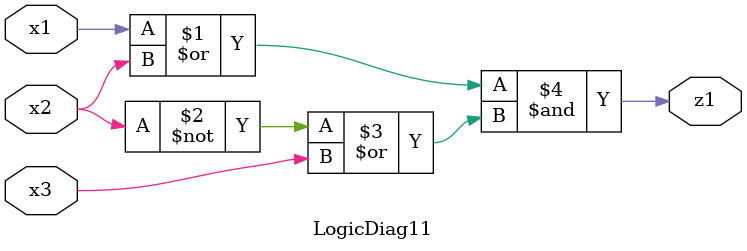
<source format=v>
module LogicDiag11(x1,x2,x3,z1);
  input x1,x2,x3;
  output z1;
 
 assign z1=((x1 | x2) & (~x2 | x3));
    
endmodule
</source>
